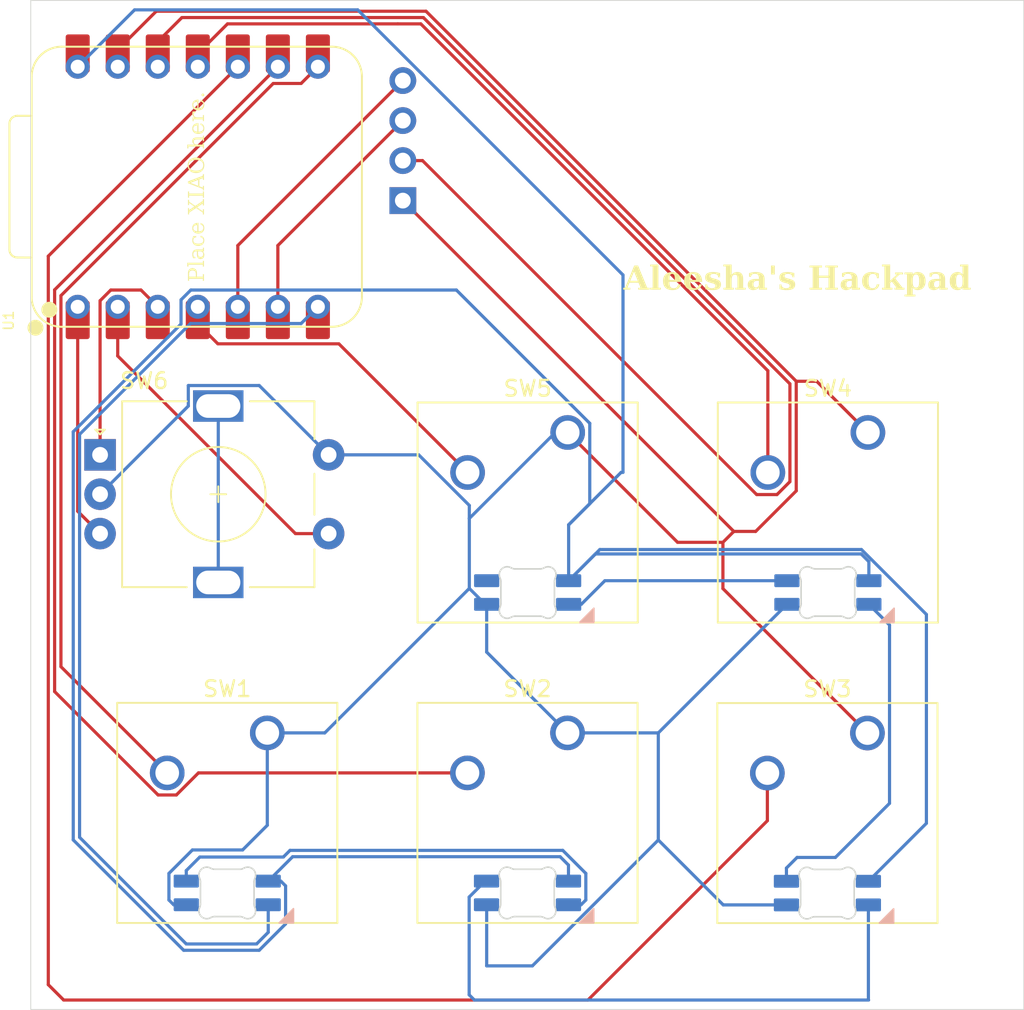
<source format=kicad_pcb>
(kicad_pcb (version 20241229) (generator "pcbnew") (generator_version "9.0")
  (title_block (title "Aleesha's Hackpad") (date "2025-07-11"))
  (layers (0 "F.Cu" signal) (2 "B.Cu" signal) (13 "F.Paste" user) (15 "B.Paste" user) (5 "F.SilkS" user "F.Silkscreen") (7 "B.SilkS" user "B.Silkscreen") (1 "F.Mask" user) (3 "B.Mask" user) (25 "Edge.Cuts" user))
  (net 0 "")
  (net 1 "Net-(D1-DIN)")
  (net 2 "Net-(D1-DOUT)")
  (net 3 "GND")
  (net 4 "+5V")
  (net 5 "Net-(U1-GPIO1{slash}RX)")
  (net 6 "Net-(U1-GPIO2{slash}SCK)")
  (net 7 "Net-(U1-GPIO4{slash}MISO)")
  (net 8 "Net-(U1-GPIO3{slash}MOSI)")
  (net 9 "Net-(J1-SCL)")
  (net 10 "+3.3V")
  (net 11 "Net-(J1-SDA)")
  (net 12 "Net-(D2-DOUT)")
  (net 13 "Net-(D3-DOUT)")
  (net 14 "Net-(U1-GPIO29{slash}ADC3{slash}A3)")
  (net 15 "Net-(U1-GPIO28{slash}ADC2{slash}A2)")
  (net 16 "unconnected-(SW6-PadMP)")
  (net 17 "Net-(U1-GPIO27{slash}ADC1{slash}A1)")
  (net 18 "Net-(U1-GPIO26{slash}ADC0{slash}A0)")
  (net 19 "Net-(D4-DOUT)")
  (footprint "Button_Switch_Keyboard:SW_Cherry_MX_1.00u_PCB" (layer "F.Cu") (at 72.06 58.42)
    (property "Reference" "SW5" (at -2.54 -2.794 0) (layer "F.SilkS"))
    (property "Value" "SW_Push")
    (fp_line (start -9.525 -1.905) (end 4.445 -1.905) (stroke (width 0.12)) (layer "F.SilkS"))
    (fp_line (start -9.525 12.065) (end -9.525 -1.905) (stroke (width 0.12)) (layer "F.SilkS"))
    (fp_line (start 4.445 -1.905) (end 4.445 12.065) (stroke (width 0.12)) (layer "F.SilkS"))
    (fp_line (start 4.445 12.065) (end -9.525 12.065) (stroke (width 0.12)) (layer "F.SilkS"))
    (pad "" np_thru_hole circle (at -7.62 5.08) (size 1.7 1.7) (drill 1.7) (layers "*.Cu" "*.Mask"))
    (pad "" np_thru_hole circle (at -2.54 5.08) (size 4 4) (drill 4) (layers "*.Cu" "*.Mask"))
    (pad "" np_thru_hole circle (at 2.54 5.08) (size 1.7 1.7) (drill 1.7) (layers "*.Cu" "*.Mask"))
    (pad "1" thru_hole circle (at 0 0) (size 2.2 2.2) (drill 1.5) (layers "*.Cu" "*.Mask") (net 3 "GND"))
    (pad "2" thru_hole circle (at -6.35 2.54) (size 2.2 2.2) (drill 1.5) (layers "*.Cu" "*.Mask") (net 14 "Net-(U1-GPIO29{slash}ADC3{slash}A3)"))
  )
  (footprint "Ebastler:MX_SK6812MINI-E" (layer "F.Cu") (at 69.52 63.5)
    (property "Reference" "D5" (hide yes))
    (property "Value" "SK6812MINI")
    (fp_poly (pts (xy 4.2 6.079999) (xy 3.3 6.979999) (xy 4.2 6.979999)) (stroke (width 0.1)) (fill yes) (layer "B.SilkS"))
    (fp_line (start -1.699999 5.782841) (end -1.699999 4.377157) (stroke (width 0.1)) (layer "Edge.Cuts"))
    (fp_line (start -0.794452 3.58) (end 0.794453 3.58) (stroke (width 0.1)) (layer "Edge.Cuts"))
    (fp_line (start 0.794452 6.579999) (end -0.794452 6.579999) (stroke (width 0.1)) (layer "Edge.Cuts"))
    (fp_line (start 1.699999 4.377157) (end 1.699999 5.782841) (stroke (width 0.1)) (layer "Edge.Cuts"))
    (fp_arc (start -1.749484 4.160279) (mid -1.712527 4.265931) (end -1.699999 4.377157) (stroke (width 0.1)) (layer "Edge.Cuts"))
    (fp_arc (start -1.749484 4.160279) (mid -1.638071 3.575964) (end -1.046711 3.5117) (stroke (width 0.1)) (layer "Edge.Cuts"))
    (fp_arc (start -1.699999 5.782842) (mid -1.712527 5.894067) (end -1.749484 5.999719) (stroke (width 0.1)) (layer "Edge.Cuts"))
    (fp_arc (start -1.046711 6.648296) (mid -1.63807 6.584033) (end -1.749484 5.999719) (stroke (width 0.1)) (layer "Edge.Cuts"))
    (fp_arc (start -1.04671 6.648298) (mid -0.925122 6.597376) (end -0.794452 6.579999) (stroke (width 0.1)) (layer "Edge.Cuts"))
    (fp_arc (start -0.794453 3.579999) (mid -0.925123 3.562622) (end -1.046711 3.5117) (stroke (width 0.1)) (layer "Edge.Cuts"))
    (fp_arc (start 0.794452 6.579999) (mid 0.925123 6.597376) (end 1.046711 6.648298) (stroke (width 0.1)) (layer "Edge.Cuts"))
    (fp_arc (start 1.046711 3.511701) (mid 0.925123 3.562623) (end 0.794453 3.58) (stroke (width 0.1)) (layer "Edge.Cuts"))
    (fp_arc (start 1.046711 3.511701) (mid 1.638071 3.575965) (end 1.749484 4.160279) (stroke (width 0.1)) (layer "Edge.Cuts"))
    (fp_arc (start 1.699999 4.377156) (mid 1.712527 4.265931) (end 1.749484 4.160279) (stroke (width 0.1)) (layer "Edge.Cuts"))
    (fp_arc (start 1.749484 5.999718) (mid 1.638072 6.584034) (end 1.046711 6.648298) (stroke (width 0.1)) (layer "Edge.Cuts"))
    (fp_arc (start 1.749484 5.999719) (mid 1.712527 5.894067) (end 1.699999 5.782841) (stroke (width 0.1)) (layer "Edge.Cuts"))
    (pad "1" smd roundrect (at -2.6 4.329999 270) (size 0.82 1.6) (layers "B.Cu" "B.Mask" "B.Paste") (roundrect_rratio 0.1))
    (pad "2" smd roundrect (at -2.6 5.829999 270) (size 0.82 1.6) (layers "B.Cu" "B.Mask" "B.Paste") (roundrect_rratio 0.1) (net 3 "GND"))
    (pad "3" smd roundrect (at 2.6 5.829999 270) (size 0.82 1.6) (layers "B.Cu" "B.Mask" "B.Paste") (roundrect_rratio 0.1) (net 19 "Net-(D4-DOUT)"))
    (pad "4" smd roundrect (at 2.6 4.329999 270) (size 0.82 1.6) (layers "B.Cu" "B.Mask" "B.Paste") (roundrect_rratio 0.1) (net 4 "+5V"))
  )
  (footprint "Ebastler:MX_SK6812MINI-E" (layer "F.Cu") (at 69.51 82.57)
    (property "Reference" "D2" (hide yes))
    (property "Value" "SK6812MINI")
    (fp_poly (pts (xy 4.2 6.079999) (xy 3.3 6.979999) (xy 4.2 6.979999)) (stroke (width 0.1)) (fill yes) (layer "B.SilkS"))
    (fp_line (start -1.699999 5.782841) (end -1.699999 4.377157) (stroke (width 0.1)) (layer "Edge.Cuts"))
    (fp_line (start -0.794452 3.58) (end 0.794453 3.58) (stroke (width 0.1)) (layer "Edge.Cuts"))
    (fp_line (start 0.794452 6.579999) (end -0.794452 6.579999) (stroke (width 0.1)) (layer "Edge.Cuts"))
    (fp_line (start 1.699999 4.377157) (end 1.699999 5.782841) (stroke (width 0.1)) (layer "Edge.Cuts"))
    (fp_arc (start -1.749484 4.160279) (mid -1.712527 4.265931) (end -1.699999 4.377157) (stroke (width 0.1)) (layer "Edge.Cuts"))
    (fp_arc (start -1.749484 4.160279) (mid -1.638071 3.575964) (end -1.046711 3.5117) (stroke (width 0.1)) (layer "Edge.Cuts"))
    (fp_arc (start -1.699999 5.782842) (mid -1.712527 5.894067) (end -1.749484 5.999719) (stroke (width 0.1)) (layer "Edge.Cuts"))
    (fp_arc (start -1.046711 6.648296) (mid -1.63807 6.584033) (end -1.749484 5.999719) (stroke (width 0.1)) (layer "Edge.Cuts"))
    (fp_arc (start -1.04671 6.648298) (mid -0.925122 6.597376) (end -0.794452 6.579999) (stroke (width 0.1)) (layer "Edge.Cuts"))
    (fp_arc (start -0.794453 3.579999) (mid -0.925123 3.562622) (end -1.046711 3.5117) (stroke (width 0.1)) (layer "Edge.Cuts"))
    (fp_arc (start 0.794452 6.579999) (mid 0.925123 6.597376) (end 1.046711 6.648298) (stroke (width 0.1)) (layer "Edge.Cuts"))
    (fp_arc (start 1.046711 3.511701) (mid 0.925123 3.562623) (end 0.794453 3.58) (stroke (width 0.1)) (layer "Edge.Cuts"))
    (fp_arc (start 1.046711 3.511701) (mid 1.638071 3.575965) (end 1.749484 4.160279) (stroke (width 0.1)) (layer "Edge.Cuts"))
    (fp_arc (start 1.699999 4.377156) (mid 1.712527 4.265931) (end 1.749484 4.160279) (stroke (width 0.1)) (layer "Edge.Cuts"))
    (fp_arc (start 1.749484 5.999718) (mid 1.638072 6.584034) (end 1.046711 6.648298) (stroke (width 0.1)) (layer "Edge.Cuts"))
    (fp_arc (start 1.749484 5.999719) (mid 1.712527 5.894067) (end 1.699999 5.782841) (stroke (width 0.1)) (layer "Edge.Cuts"))
    (pad "1" smd roundrect (at -2.6 4.329999 270) (size 0.82 1.6) (layers "B.Cu" "B.Mask" "B.Paste") (roundrect_rratio 0.1) (net 12 "Net-(D2-DOUT)"))
    (pad "2" smd roundrect (at -2.6 5.829999 270) (size 0.82 1.6) (layers "B.Cu" "B.Mask" "B.Paste") (roundrect_rratio 0.1) (net 3 "GND"))
    (pad "3" smd roundrect (at 2.6 5.829999 270) (size 0.82 1.6) (layers "B.Cu" "B.Mask" "B.Paste") (roundrect_rratio 0.1) (net 2 "Net-(D1-DOUT)"))
    (pad "4" smd roundrect (at 2.6 4.329999 270) (size 0.82 1.6) (layers "B.Cu" "B.Mask" "B.Paste") (roundrect_rratio 0.1) (net 4 "+5V"))
  )
  (footprint "ScottoKeebs_Components:OLED_128x32" (layer "F.Cu") (at 60 33.9)
    (property "Reference" "J1" (hide yes))
    (property "Value" "OLED_128x32")
    (pad "1" thru_hole rect (at 1.6 9.8 180) (size 1.7 1.7) (drill 1) (layers "*.Cu" "*.Mask") (net 3 "GND"))
    (pad "2" thru_hole oval (at 1.6 7.26 180) (size 1.7 1.7) (drill 1) (layers "*.Cu" "*.Mask") (net 10 "+3.3V"))
    (pad "3" thru_hole oval (at 1.6 4.72 180) (size 1.7 1.7) (drill 1) (layers "*.Cu" "*.Mask") (net 9 "Net-(J1-SCL)"))
    (pad "4" thru_hole oval (at 1.6 2.18 180) (size 1.7 1.7) (drill 1) (layers "*.Cu" "*.Mask") (net 11 "Net-(J1-SDA)"))
  )
  (footprint "OPL:XIAO-RP2040-DIP" (layer "F.Cu") (at 48.59 42.82 90)
    (property "Reference" "U1" (at -8.5 -12 90) (layer "F.SilkS") (effects (font (size 0.635 0.635) (thickness 0.1016))))
    (property "Value" "XIAO-RP2040-DIP")
    (fp_line (start -3.991272 -11.951) (end 4.004 -11.951) (stroke (width 0.127)) (layer "F.SilkS"))
    (fp_line (start 4.504 -11.451) (end 4.504 -10.541) (stroke (width 0.127)) (layer "F.SilkS"))
    (fp_line (start 6.985 -10.541) (end -6.985 -10.541) (stroke (width 0.1)) (layer "F.SilkS"))
    (fp_line (start 6.985 -10.541) (end -6.985 -10.541) (stroke (width 0.127)) (layer "F.SilkS"))
    (fp_line (start -4.495 -10.541) (end -4.491272 -11.451272) (stroke (width 0.127)) (layer "F.SilkS"))
    (fp_line (start 8.89 8.509) (end 8.89 -8.636) (stroke (width 0.127)) (layer "F.SilkS"))
    (fp_line (start -8.89 8.509) (end -8.89 -8.636) (stroke (width 0.127)) (layer "F.SilkS"))
    (fp_line (start -6.985 10.414) (end 6.985 10.414) (stroke (width 0.127)) (layer "F.SilkS"))
    (fp_arc (start 4.004 -11.951) (mid 4.357553 -11.804553) (end 4.504 -11.451) (stroke (width 0.127)) (layer "F.SilkS"))
    (fp_arc (start -4.491272 -11.451272) (mid -4.344728 -11.80464) (end -3.991272 -11.951) (stroke (width 0.127)) (layer "F.SilkS"))
    (fp_arc (start 6.985 -10.541) (mid 8.332038 -9.983038) (end 8.89 -8.636) (stroke (width 0.127)) (layer "F.SilkS"))
    (fp_arc (start -8.89 -8.636) (mid -8.332038 -9.983038) (end -6.985 -10.541) (stroke (width 0.127)) (layer "F.SilkS"))
    (fp_arc (start 8.89 8.509) (mid 8.332038 9.856038) (end 6.985 10.414) (stroke (width 0.127)) (layer "F.SilkS"))
    (fp_arc (start -6.985 10.414) (mid -8.332038 9.856038) (end -8.89 8.509) (stroke (width 0.127)) (layer "F.SilkS"))
    (fp_circle (center -8.95 -10.3) (end -8.95 -10.554) (stroke (width 0.5)) (fill yes) (layer "F.SilkS"))
    (fp_circle (center -7.807 -9.42) (end -7.807 -9.674) (stroke (width 0.5)) (fill yes) (layer "F.SilkS"))
    (pad "1" smd roundrect (at -8.455 -7.62 270) (size 2.432 1.524) (layers "F.Cu" "F.Mask") (roundrect_rratio 0.1) (net 18 "Net-(U1-GPIO26{slash}ADC0{slash}A0)"))
    (pad "1" thru_hole circle (at -7.62 -7.62 270) (size 1.524 1.524) (drill 0.889) (layers "*.Cu" "*.Mask") (net 18 "Net-(U1-GPIO26{slash}ADC0{slash}A0)"))
    (pad "2" smd roundrect (at -8.455 -5.08 270) (size 2.432 1.524) (layers "F.Cu" "F.Mask") (roundrect_rratio 0.1) (net 17 "Net-(U1-GPIO27{slash}ADC1{slash}A1)"))
    (pad "2" thru_hole circle (at -7.62 -5.08 270) (size 1.524 1.524) (drill 0.889) (layers "*.Cu" "*.Mask") (net 17 "Net-(U1-GPIO27{slash}ADC1{slash}A1)"))
    (pad "3" smd roundrect (at -8.455 -2.54 270) (size 2.432 1.524) (layers "F.Cu" "F.Mask") (roundrect_rratio 0.1) (net 15 "Net-(U1-GPIO28{slash}ADC2{slash}A2)"))
    (pad "3" thru_hole circle (at -7.62 -2.54 270) (size 1.524 1.524) (drill 0.889) (layers "*.Cu" "*.Mask") (net 15 "Net-(U1-GPIO28{slash}ADC2{slash}A2)"))
    (pad "4" smd roundrect (at -8.455 0 270) (size 2.432 1.524) (layers "F.Cu" "F.Mask") (roundrect_rratio 0.1) (net 14 "Net-(U1-GPIO29{slash}ADC3{slash}A3)"))
    (pad "4" thru_hole circle (at -7.62 0 270) (size 1.524 1.524) (drill 0.889) (layers "*.Cu" "*.Mask") (net 14 "Net-(U1-GPIO29{slash}ADC3{slash}A3)"))
    (pad "5" smd roundrect (at -8.455 2.54 270) (size 2.432 1.524) (layers "F.Cu" "F.Mask") (roundrect_rratio 0.1) (net 11 "Net-(J1-SDA)"))
    (pad "5" thru_hole circle (at -7.62 2.54 270) (size 1.524 1.524) (drill 0.889) (layers "*.Cu" "*.Mask") (net 11 "Net-(J1-SDA)"))
    (pad "6" smd roundrect (at -8.455 5.08 270) (size 2.432 1.524) (layers "F.Cu" "F.Mask") (roundrect_rratio 0.1) (net 9 "Net-(J1-SCL)"))
    (pad "6" thru_hole circle (at -7.62 5.08 270) (size 1.524 1.524) (drill 0.889) (layers "*.Cu" "*.Mask") (net 9 "Net-(J1-SCL)"))
    (pad "7" smd roundrect (at -8.455 7.62 270) (size 2.432 1.524) (layers "F.Cu" "F.Mask") (roundrect_rratio 0.1) (net 1 "Net-(D1-DIN)"))
    (pad "7" thru_hole circle (at -7.62 7.62 270) (size 1.524 1.524) (drill 0.889) (layers "*.Cu" "*.Mask") (net 1 "Net-(D1-DIN)"))
    (pad "8" thru_hole circle (at 7.62 7.62 90) (size 1.524 1.524) (drill 0.889) (layers "*.Cu" "*.Mask") (net 5 "Net-(U1-GPIO1{slash}RX)"))
    (pad "8" smd roundrect (at 8.455 7.62 90) (size 2.432 1.524) (layers "F.Cu" "F.Mask") (roundrect_rratio 0.1) (net 5 "Net-(U1-GPIO1{slash}RX)"))
    (pad "9" thru_hole circle (at 7.62 5.08 90) (size 1.524 1.524) (drill 0.889) (layers "*.Cu" "*.Mask") (net 6 "Net-(U1-GPIO2{slash}SCK)"))
    (pad "9" smd roundrect (at 8.455 5.08 90) (size 2.432 1.524) (layers "F.Cu" "F.Mask") (roundrect_rratio 0.1) (net 6 "Net-(U1-GPIO2{slash}SCK)"))
    (pad "10" thru_hole circle (at 7.62 2.54 90) (size 1.524 1.524) (drill 0.889) (layers "*.Cu" "*.Mask") (net 7 "Net-(U1-GPIO4{slash}MISO)"))
    (pad "10" smd roundrect (at 8.455 2.54 90) (size 2.432 1.524) (layers "F.Cu" "F.Mask") (roundrect_rratio 0.1) (net 7 "Net-(U1-GPIO4{slash}MISO)"))
    (pad "11" thru_hole circle (at 7.62 0 90) (size 1.524 1.524) (drill 0.889) (layers "*.Cu" "*.Mask") (net 8 "Net-(U1-GPIO3{slash}MOSI)"))
    (pad "11" smd roundrect (at 8.455 0 90) (size 2.432 1.524) (layers "F.Cu" "F.Mask") (roundrect_rratio 0.1) (net 8 "Net-(U1-GPIO3{slash}MOSI)"))
    (pad "12" thru_hole circle (at 7.62 -2.54 90) (size 1.524 1.524) (drill 0.889) (layers "*.Cu" "*.Mask") (net 10 "+3.3V"))
    (pad "12" smd roundrect (at 8.455 -2.54 90) (size 2.432 1.524) (layers "F.Cu" "F.Mask") (roundrect_rratio 0.1) (net 10 "+3.3V"))
    (pad "13" thru_hole circle (at 7.62 -5.08 90) (size 1.524 1.524) (drill 0.889) (layers "*.Cu" "*.Mask") (net 3 "GND"))
    (pad "13" smd roundrect (at 8.455 -5.08 90) (size 2.432 1.524) (layers "F.Cu" "F.Mask") (roundrect_rratio 0.1) (net 3 "GND"))
    (pad "14" thru_hole circle (at 7.62 -7.62 90) (size 1.524 1.524) (drill 0.889) (layers "*.Cu" "*.Mask") (net 4 "+5V"))
    (pad "14" smd roundrect (at 8.455 -7.62 90) (size 2.432 1.524) (layers "F.Cu" "F.Mask") (roundrect_rratio 0.1) (net 4 "+5V"))
  )
  (footprint "Button_Switch_Keyboard:SW_Cherry_MX_1.00u_PCB" (layer "F.Cu") (at 91.11 58.42)
    (property "Reference" "SW4" (at -2.54 -2.794 0) (layer "F.SilkS"))
    (property "Value" "SW_Push")
    (fp_line (start -9.525 -1.905) (end 4.445 -1.905) (stroke (width 0.12)) (layer "F.SilkS"))
    (fp_line (start -9.525 12.065) (end -9.525 -1.905) (stroke (width 0.12)) (layer "F.SilkS"))
    (fp_line (start 4.445 -1.905) (end 4.445 12.065) (stroke (width 0.12)) (layer "F.SilkS"))
    (fp_line (start 4.445 12.065) (end -9.525 12.065) (stroke (width 0.12)) (layer "F.SilkS"))
    (pad "" np_thru_hole circle (at -7.62 5.08) (size 1.7 1.7) (drill 1.7) (layers "*.Cu" "*.Mask"))
    (pad "" np_thru_hole circle (at -2.54 5.08) (size 4 4) (drill 4) (layers "*.Cu" "*.Mask"))
    (pad "" np_thru_hole circle (at 2.54 5.08) (size 1.7 1.7) (drill 1.7) (layers "*.Cu" "*.Mask"))
    (pad "1" thru_hole circle (at 0 0) (size 2.2 2.2) (drill 1.5) (layers "*.Cu" "*.Mask") (net 3 "GND"))
    (pad "2" thru_hole circle (at -6.35 2.54) (size 2.2 2.2) (drill 1.5) (layers "*.Cu" "*.Mask") (net 8 "Net-(U1-GPIO3{slash}MOSI)"))
  )
  (footprint "Button_Switch_Keyboard:SW_Cherry_MX_1.00u_PCB" (layer "F.Cu") (at 72.05 77.49)
    (property "Reference" "SW2" (at -2.54 -2.794 0) (layer "F.SilkS"))
    (property "Value" "SW_Push")
    (fp_line (start -9.525 -1.905) (end 4.445 -1.905) (stroke (width 0.12)) (layer "F.SilkS"))
    (fp_line (start -9.525 12.065) (end -9.525 -1.905) (stroke (width 0.12)) (layer "F.SilkS"))
    (fp_line (start 4.445 -1.905) (end 4.445 12.065) (stroke (width 0.12)) (layer "F.SilkS"))
    (fp_line (start 4.445 12.065) (end -9.525 12.065) (stroke (width 0.12)) (layer "F.SilkS"))
    (pad "" np_thru_hole circle (at -7.62 5.08) (size 1.7 1.7) (drill 1.7) (layers "*.Cu" "*.Mask"))
    (pad "" np_thru_hole circle (at -2.54 5.08) (size 4 4) (drill 4) (layers "*.Cu" "*.Mask"))
    (pad "" np_thru_hole circle (at 2.54 5.08) (size 1.7 1.7) (drill 1.7) (layers "*.Cu" "*.Mask"))
    (pad "1" thru_hole circle (at 0 0) (size 2.2 2.2) (drill 1.5) (layers "*.Cu" "*.Mask") (net 3 "GND"))
    (pad "2" thru_hole circle (at -6.35 2.54) (size 2.2 2.2) (drill 1.5) (layers "*.Cu" "*.Mask") (net 6 "Net-(U1-GPIO2{slash}SCK)"))
  )
  (footprint "Ebastler:MX_SK6812MINI-E" (layer "F.Cu") (at 88.57 63.5)
    (property "Reference" "D4" (hide yes))
    (property "Value" "SK6812MINI")
    (fp_poly (pts (xy 4.2 6.079999) (xy 3.3 6.979999) (xy 4.2 6.979999)) (stroke (width 0.1)) (fill yes) (layer "B.SilkS"))
    (fp_line (start -1.699999 5.782841) (end -1.699999 4.377157) (stroke (width 0.1)) (layer "Edge.Cuts"))
    (fp_line (start -0.794452 3.58) (end 0.794453 3.58) (stroke (width 0.1)) (layer "Edge.Cuts"))
    (fp_line (start 0.794452 6.579999) (end -0.794452 6.579999) (stroke (width 0.1)) (layer "Edge.Cuts"))
    (fp_line (start 1.699999 4.377157) (end 1.699999 5.782841) (stroke (width 0.1)) (layer "Edge.Cuts"))
    (fp_arc (start -1.749484 4.160279) (mid -1.712527 4.265931) (end -1.699999 4.377157) (stroke (width 0.1)) (layer "Edge.Cuts"))
    (fp_arc (start -1.749484 4.160279) (mid -1.638071 3.575964) (end -1.046711 3.5117) (stroke (width 0.1)) (layer "Edge.Cuts"))
    (fp_arc (start -1.699999 5.782842) (mid -1.712527 5.894067) (end -1.749484 5.999719) (stroke (width 0.1)) (layer "Edge.Cuts"))
    (fp_arc (start -1.046711 6.648296) (mid -1.63807 6.584033) (end -1.749484 5.999719) (stroke (width 0.1)) (layer "Edge.Cuts"))
    (fp_arc (start -1.04671 6.648298) (mid -0.925122 6.597376) (end -0.794452 6.579999) (stroke (width 0.1)) (layer "Edge.Cuts"))
    (fp_arc (start -0.794453 3.579999) (mid -0.925123 3.562622) (end -1.046711 3.5117) (stroke (width 0.1)) (layer "Edge.Cuts"))
    (fp_arc (start 0.794452 6.579999) (mid 0.925123 6.597376) (end 1.046711 6.648298) (stroke (width 0.1)) (layer "Edge.Cuts"))
    (fp_arc (start 1.046711 3.511701) (mid 0.925123 3.562623) (end 0.794453 3.58) (stroke (width 0.1)) (layer "Edge.Cuts"))
    (fp_arc (start 1.046711 3.511701) (mid 1.638071 3.575965) (end 1.749484 4.160279) (stroke (width 0.1)) (layer "Edge.Cuts"))
    (fp_arc (start 1.699999 4.377156) (mid 1.712527 4.265931) (end 1.749484 4.160279) (stroke (width 0.1)) (layer "Edge.Cuts"))
    (fp_arc (start 1.749484 5.999718) (mid 1.638072 6.584034) (end 1.046711 6.648298) (stroke (width 0.1)) (layer "Edge.Cuts"))
    (fp_arc (start 1.749484 5.999719) (mid 1.712527 5.894067) (end 1.699999 5.782841) (stroke (width 0.1)) (layer "Edge.Cuts"))
    (pad "1" smd roundrect (at -2.6 4.329999 270) (size 0.82 1.6) (layers "B.Cu" "B.Mask" "B.Paste") (roundrect_rratio 0.1) (net 19 "Net-(D4-DOUT)"))
    (pad "2" smd roundrect (at -2.6 5.829999 270) (size 0.82 1.6) (layers "B.Cu" "B.Mask" "B.Paste") (roundrect_rratio 0.1) (net 3 "GND"))
    (pad "3" smd roundrect (at 2.6 5.829999 270) (size 0.82 1.6) (layers "B.Cu" "B.Mask" "B.Paste") (roundrect_rratio 0.1) (net 13 "Net-(D3-DOUT)"))
    (pad "4" smd roundrect (at 2.6 4.329999 270) (size 0.82 1.6) (layers "B.Cu" "B.Mask" "B.Paste") (roundrect_rratio 0.1) (net 4 "+5V"))
  )
  (footprint "Button_Switch_Keyboard:SW_Cherry_MX_1.00u_PCB" (layer "F.Cu") (at 91.08 77.5)
    (property "Reference" "SW3" (at -2.54 -2.794 0) (layer "F.SilkS"))
    (property "Value" "SW_Push")
    (fp_line (start -9.525 -1.905) (end 4.445 -1.905) (stroke (width 0.12)) (layer "F.SilkS"))
    (fp_line (start -9.525 12.065) (end -9.525 -1.905) (stroke (width 0.12)) (layer "F.SilkS"))
    (fp_line (start 4.445 -1.905) (end 4.445 12.065) (stroke (width 0.12)) (layer "F.SilkS"))
    (fp_line (start 4.445 12.065) (end -9.525 12.065) (stroke (width 0.12)) (layer "F.SilkS"))
    (pad "" np_thru_hole circle (at -7.62 5.08) (size 1.7 1.7) (drill 1.7) (layers "*.Cu" "*.Mask"))
    (pad "" np_thru_hole circle (at -2.54 5.08) (size 4 4) (drill 4) (layers "*.Cu" "*.Mask"))
    (pad "" np_thru_hole circle (at 2.54 5.08) (size 1.7 1.7) (drill 1.7) (layers "*.Cu" "*.Mask"))
    (pad "1" thru_hole circle (at 0 0) (size 2.2 2.2) (drill 1.5) (layers "*.Cu" "*.Mask") (net 3 "GND"))
    (pad "2" thru_hole circle (at -6.35 2.54) (size 2.2 2.2) (drill 1.5) (layers "*.Cu" "*.Mask") (net 7 "Net-(U1-GPIO4{slash}MISO)"))
  )
  (footprint "Button_Switch_Keyboard:SW_Cherry_MX_1.00u_PCB" (layer "F.Cu") (at 53 77.49)
    (property "Reference" "SW1" (at -2.54 -2.794 0) (layer "F.SilkS"))
    (property "Value" "SW_Push")
    (fp_line (start -9.525 -1.905) (end 4.445 -1.905) (stroke (width 0.12)) (layer "F.SilkS"))
    (fp_line (start -9.525 12.065) (end -9.525 -1.905) (stroke (width 0.12)) (layer "F.SilkS"))
    (fp_line (start 4.445 -1.905) (end 4.445 12.065) (stroke (width 0.12)) (layer "F.SilkS"))
    (fp_line (start 4.445 12.065) (end -9.525 12.065) (stroke (width 0.12)) (layer "F.SilkS"))
    (pad "" np_thru_hole circle (at -7.62 5.08) (size 1.7 1.7) (drill 1.7) (layers "*.Cu" "*.Mask"))
    (pad "" np_thru_hole circle (at -2.54 5.08) (size 4 4) (drill 4) (layers "*.Cu" "*.Mask"))
    (pad "" np_thru_hole circle (at 2.54 5.08) (size 1.7 1.7) (drill 1.7) (layers "*.Cu" "*.Mask"))
    (pad "1" thru_hole circle (at 0 0) (size 2.2 2.2) (drill 1.5) (layers "*.Cu" "*.Mask") (net 3 "GND"))
    (pad "2" thru_hole circle (at -6.35 2.54) (size 2.2 2.2) (drill 1.5) (layers "*.Cu" "*.Mask") (net 5 "Net-(U1-GPIO1{slash}RX)"))
  )
  (footprint "Ebastler:MX_SK6812MINI-E" (layer "F.Cu") (at 88.54 82.58)
    (property "Reference" "D3" (hide yes))
    (property "Value" "SK6812MINI")
    (fp_poly (pts (xy 4.2 6.079999) (xy 3.3 6.979999) (xy 4.2 6.979999)) (stroke (width 0.1)) (fill yes) (layer "B.SilkS"))
    (fp_line (start -1.699999 5.782841) (end -1.699999 4.377157) (stroke (width 0.1)) (layer "Edge.Cuts"))
    (fp_line (start -0.794452 3.58) (end 0.794453 3.58) (stroke (width 0.1)) (layer "Edge.Cuts"))
    (fp_line (start 0.794452 6.579999) (end -0.794452 6.579999) (stroke (width 0.1)) (layer "Edge.Cuts"))
    (fp_line (start 1.699999 4.377157) (end 1.699999 5.782841) (stroke (width 0.1)) (layer "Edge.Cuts"))
    (fp_arc (start -1.749484 4.160279) (mid -1.712527 4.265931) (end -1.699999 4.377157) (stroke (width 0.1)) (layer "Edge.Cuts"))
    (fp_arc (start -1.749484 4.160279) (mid -1.638071 3.575964) (end -1.046711 3.5117) (stroke (width 0.1)) (layer "Edge.Cuts"))
    (fp_arc (start -1.699999 5.782842) (mid -1.712527 5.894067) (end -1.749484 5.999719) (stroke (width 0.1)) (layer "Edge.Cuts"))
    (fp_arc (start -1.046711 6.648296) (mid -1.63807 6.584033) (end -1.749484 5.999719) (stroke (width 0.1)) (layer "Edge.Cuts"))
    (fp_arc (start -1.04671 6.648298) (mid -0.925122 6.597376) (end -0.794452 6.579999) (stroke (width 0.1)) (layer "Edge.Cuts"))
    (fp_arc (start -0.794453 3.579999) (mid -0.925123 3.562622) (end -1.046711 3.5117) (stroke (width 0.1)) (layer "Edge.Cuts"))
    (fp_arc (start 0.794452 6.579999) (mid 0.925123 6.597376) (end 1.046711 6.648298) (stroke (width 0.1)) (layer "Edge.Cuts"))
    (fp_arc (start 1.046711 3.511701) (mid 0.925123 3.562623) (end 0.794453 3.58) (stroke (width 0.1)) (layer "Edge.Cuts"))
    (fp_arc (start 1.046711 3.511701) (mid 1.638071 3.575965) (end 1.749484 4.160279) (stroke (width 0.1)) (layer "Edge.Cuts"))
    (fp_arc (start 1.699999 4.377156) (mid 1.712527 4.265931) (end 1.749484 4.160279) (stroke (width 0.1)) (layer "Edge.Cuts"))
    (fp_arc (start 1.749484 5.999718) (mid 1.638072 6.584034) (end 1.046711 6.648298) (stroke (width 0.1)) (layer "Edge.Cuts"))
    (fp_arc (start 1.749484 5.999719) (mid 1.712527 5.894067) (end 1.699999 5.782841) (stroke (width 0.1)) (layer "Edge.Cuts"))
    (pad "1" smd roundrect (at -2.6 4.329999 270) (size 0.82 1.6) (layers "B.Cu" "B.Mask" "B.Paste") (roundrect_rratio 0.1) (net 13 "Net-(D3-DOUT)"))
    (pad "2" smd roundrect (at -2.6 5.829999 270) (size 0.82 1.6) (layers "B.Cu" "B.Mask" "B.Paste") (roundrect_rratio 0.1) (net 3 "GND"))
    (pad "3" smd roundrect (at 2.6 5.829999 270) (size 0.82 1.6) (layers "B.Cu" "B.Mask" "B.Paste") (roundrect_rratio 0.1) (net 12 "Net-(D2-DOUT)"))
    (pad "4" smd roundrect (at 2.6 4.329999 270) (size 0.82 1.6) (layers "B.Cu" "B.Mask" "B.Paste") (roundrect_rratio 0.1) (net 4 "+5V"))
  )
  (footprint "Rotary_Encoder:RotaryEncoder_Alps_EC11E-Switch_Vertical_H20mm" (layer "F.Cu") (at 42.39 59.84)
    (property "Reference" "SW6" (at 2.8 -4.7 0) (layer "F.SilkS"))
    (property "Value" "RotaryEncoder_Switch_MP")
    (fp_line (start -0.3 -1.6) (end 0.3 -1.6) (stroke (width 0.12)) (layer "F.SilkS"))
    (fp_line (start 0 -1.3) (end -0.3 -1.6) (stroke (width 0.12)) (layer "F.SilkS"))
    (fp_line (start 0.3 -1.6) (end 0 -1.3) (stroke (width 0.12)) (layer "F.SilkS"))
    (fp_line (start 1.4 -3.4) (end 1.4 8.4) (stroke (width 0.12)) (layer "F.SilkS"))
    (fp_line (start 5.5 -3.4) (end 1.4 -3.4) (stroke (width 0.12)) (layer "F.SilkS"))
    (fp_line (start 5.5 8.4) (end 1.4 8.4) (stroke (width 0.12)) (layer "F.SilkS"))
    (fp_line (start 7 2.5) (end 8 2.5) (stroke (width 0.12)) (layer "F.SilkS"))
    (fp_line (start 7.5 2) (end 7.5 3) (stroke (width 0.12)) (layer "F.SilkS"))
    (fp_line (start 9.5 -3.4) (end 13.6 -3.4) (stroke (width 0.12)) (layer "F.SilkS"))
    (fp_line (start 13.6 -3.4) (end 13.6 -1) (stroke (width 0.12)) (layer "F.SilkS"))
    (fp_line (start 13.6 1.2) (end 13.6 3.8) (stroke (width 0.12)) (layer "F.SilkS"))
    (fp_line (start 13.6 6) (end 13.6 8.4) (stroke (width 0.12)) (layer "F.SilkS"))
    (fp_line (start 13.6 8.4) (end 9.5 8.4) (stroke (width 0.12)) (layer "F.SilkS"))
    (fp_circle (center 7.5 2.5) (end 10.5 2.5) (stroke (width 0.12)) (fill no) (layer "F.SilkS"))
    (pad "A" thru_hole rect (at 0 0) (size 2 2) (drill 1) (layers "*.Cu" "*.Mask") (net 15 "Net-(U1-GPIO28{slash}ADC2{slash}A2)"))
    (pad "B" thru_hole circle (at 0 5) (size 2 2) (drill 1) (layers "*.Cu" "*.Mask") (net 18 "Net-(U1-GPIO26{slash}ADC0{slash}A0)"))
    (pad "C" thru_hole circle (at 0 2.5) (size 2 2) (drill 1) (layers "*.Cu" "*.Mask") (net 3 "GND"))
    (pad "MP" thru_hole rect (at 7.5 -3.1) (size 3.2 2) (drill oval 2.8 1.5) (layers "*.Cu" "*.Mask") (net 16 "unconnected-(SW6-PadMP)"))
    (pad "MP" thru_hole rect (at 7.5 8.1) (size 3.2 2) (drill oval 2.8 1.5) (layers "*.Cu" "*.Mask") (net 16 "unconnected-(SW6-PadMP)"))
    (pad "S1" thru_hole circle (at 14.5 5) (size 2 2) (drill 1) (layers "*.Cu" "*.Mask") (net 17 "Net-(U1-GPIO27{slash}ADC1{slash}A1)"))
    (pad "S2" thru_hole circle (at 14.5 0) (size 2 2) (drill 1) (layers "*.Cu" "*.Mask") (net 3 "GND"))
  )
  (footprint "Ebastler:MX_SK6812MINI-E" (layer "F.Cu") (at 50.46 82.57)
    (property "Reference" "D1" (hide yes))
    (property "Value" "SK6812MINI")
    (fp_poly (pts (xy 4.2 6.079999) (xy 3.3 6.979999) (xy 4.2 6.979999)) (stroke (width 0.1)) (fill yes) (layer "B.SilkS"))
    (fp_line (start -1.699999 5.782841) (end -1.699999 4.377157) (stroke (width 0.1)) (layer "Edge.Cuts"))
    (fp_line (start -0.794452 3.58) (end 0.794453 3.58) (stroke (width 0.1)) (layer "Edge.Cuts"))
    (fp_line (start 0.794452 6.579999) (end -0.794452 6.579999) (stroke (width 0.1)) (layer "Edge.Cuts"))
    (fp_line (start 1.699999 4.377157) (end 1.699999 5.782841) (stroke (width 0.1)) (layer "Edge.Cuts"))
    (fp_arc (start -1.749484 4.160279) (mid -1.712527 4.265931) (end -1.699999 4.377157) (stroke (width 0.1)) (layer "Edge.Cuts"))
    (fp_arc (start -1.749484 4.160279) (mid -1.638071 3.575964) (end -1.046711 3.5117) (stroke (width 0.1)) (layer "Edge.Cuts"))
    (fp_arc (start -1.699999 5.782842) (mid -1.712527 5.894067) (end -1.749484 5.999719) (stroke (width 0.1)) (layer "Edge.Cuts"))
    (fp_arc (start -1.046711 6.648296) (mid -1.63807 6.584033) (end -1.749484 5.999719) (stroke (width 0.1)) (layer "Edge.Cuts"))
    (fp_arc (start -1.04671 6.648298) (mid -0.925122 6.597376) (end -0.794452 6.579999) (stroke (width 0.1)) (layer "Edge.Cuts"))
    (fp_arc (start -0.794453 3.579999) (mid -0.925123 3.562622) (end -1.046711 3.5117) (stroke (width 0.1)) (layer "Edge.Cuts"))
    (fp_arc (start 0.794452 6.579999) (mid 0.925123 6.597376) (end 1.046711 6.648298) (stroke (width 0.1)) (layer "Edge.Cuts"))
    (fp_arc (start 1.046711 3.511701) (mid 0.925123 3.562623) (end 0.794453 3.58) (stroke (width 0.1)) (layer "Edge.Cuts"))
    (fp_arc (start 1.046711 3.511701) (mid 1.638071 3.575965) (end 1.749484 4.160279) (stroke (width 0.1)) (layer "Edge.Cuts"))
    (fp_arc (start 1.699999 4.377156) (mid 1.712527 4.265931) (end 1.749484 4.160279) (stroke (width 0.1)) (layer "Edge.Cuts"))
    (fp_arc (start 1.749484 5.999718) (mid 1.638072 6.584034) (end 1.046711 6.648298) (stroke (width 0.1)) (layer "Edge.Cuts"))
    (fp_arc (start 1.749484 5.999719) (mid 1.712527 5.894067) (end 1.699999 5.782841) (stroke (width 0.1)) (layer "Edge.Cuts"))
    (pad "1" smd roundrect (at -2.6 4.329999 270) (size 0.82 1.6) (layers "B.Cu" "B.Mask" "B.Paste") (roundrect_rratio 0.1) (net 2 "Net-(D1-DOUT)"))
    (pad "2" smd roundrect (at -2.6 5.829999 270) (size 0.82 1.6) (layers "B.Cu" "B.Mask" "B.Paste") (roundrect_rratio 0.1) (net 3 "GND"))
    (pad "3" smd roundrect (at 2.6 5.829999 270) (size 0.82 1.6) (layers "B.Cu" "B.Mask" "B.Paste") (roundrect_rratio 0.1) (net 1 "Net-(D1-DIN)"))
    (pad "4" smd roundrect (at 2.6 4.329999 270) (size 0.82 1.6) (layers "B.Cu" "B.Mask" "B.Paste") (roundrect_rratio 0.1) (net 4 "+5V"))
  )
  (gr_rect (start 37.99 30.99) (end 101 95.05) (stroke (width 0.05)) (fill no) (layer "Edge.Cuts"))
  (gr_text "Aleesha's Hackpad" (at 86.64 48.73 0) (layer "F.SilkS") (effects (font (size 1.5 1.5) (thickness 0.3) (bold yes))))
  (gr_text "Place XIAO here." (at 48.57 42.82 90) (layer "F.SilkS") (effects (font (size 1 1))))
  (segment (start 47.86 90.89) (end 41.089 84.119) (width 0.2) (layer "B.Cu") (net 1))
  (segment (start 41.089 84.119) (end 41.089 58.539) (width 0.2) (layer "B.Cu") (net 1))
  (segment (start 52.32 90.89) (end 47.86 90.89) (width 0.2) (layer "B.Cu") (net 1))
  (segment (start 41.089 58.539) (end 48.125 51.503) (width 0.2) (layer "B.Cu") (net 1))
  (segment (start 53.06 88.399999) (end 53.06 90.15) (width 0.2) (layer "B.Cu") (net 1))
  (segment (start 55.147 51.503) (end 56.21 50.44) (width 0.2) (layer "B.Cu") (net 1))
  (segment (start 53.06 90.15) (end 52.32 90.89) (width 0.2) (layer "B.Cu") (net 1))
  (segment (start 48.125 51.503) (end 55.147 51.503) (width 0.2) (layer "B.Cu") (net 1))
  (segment (start 47.86 86.23) (end 48.72 85.37) (width 0.2) (layer "B.Cu") (net 2))
  (segment (start 73.211 88.098999) (end 72.91 88.399999) (width 0.2) (layer "B.Cu") (net 2))
  (segment (start 47.86 86.899999) (end 47.86 86.23) (width 0.2) (layer "B.Cu") (net 2))
  (segment (start 54.441 84.949) (end 71.748915 84.949) (width 0.2) (layer "B.Cu") (net 2))
  (segment (start 71.748915 84.949) (end 73.211 86.411085) (width 0.2) (layer "B.Cu") (net 2))
  (segment (start 73.211 86.411085) (end 73.211 88.098999) (width 0.2) (layer "B.Cu") (net 2))
  (segment (start 48.72 85.37) (end 54.02 85.37) (width 0.2) (layer "B.Cu") (net 2))
  (segment (start 72.91 88.399999) (end 72.11 88.399999) (width 0.2) (layer "B.Cu") (net 2))
  (segment (start 54.02 85.37) (end 54.441 84.949) (width 0.2) (layer "B.Cu") (net 2))
  (segment (start 91.11 58.42) (end 87.8578 55.1678) (width 0.2) (layer "F.Cu") (net 3))
  (segment (start 43.51 34.12237) (end 45.95437 31.678) (width 0.2) (layer "F.Cu") (net 3))
  (segment (start 86.562 55.1678) (end 86.562 62.12647) (width 0.2) (layer "F.Cu") (net 3))
  (segment (start 86.562 62.12647) (end 83.98747 64.701) (width 0.2) (layer "F.Cu") (net 3))
  (segment (start 63.0722 31.678) (end 86.562 55.1678) (width 0.2) (layer "F.Cu") (net 3))
  (segment (start 81.91 65.392) (end 82.601 64.701) (width 0.2) (layer "F.Cu") (net 3))
  (segment (start 83.98747 64.701) (end 82.601 64.701) (width 0.2) (layer "F.Cu") (net 3))
  (segment (start 79.032 65.392) (end 81.91 65.392) (width 0.2) (layer "F.Cu") (net 3))
  (segment (start 72.06 58.42) (end 79.032 65.392) (width 0.2) (layer "F.Cu") (net 3))
  (segment (start 45.95437 31.678) (end 63.0722 31.678) (width 0.2) (layer "F.Cu") (net 3))
  (segment (start 43.51 35.2) (end 43.51 34.12237) (width 0.2) (layer "F.Cu") (net 3))
  (segment (start 82.601 64.701) (end 61.6 43.7) (width 0.2) (layer "F.Cu") (net 3))
  (segment (start 87.8578 55.1678) (end 86.562 55.1678) (width 0.2) (layer "F.Cu") (net 3))
  (segment (start 91.08 77.5) (end 81.91 68.33) (width 0.2) (layer "F.Cu") (net 3))
  (segment (start 81.91 68.33) (end 81.91 65.392) (width 0.2) (layer "F.Cu") (net 3))
  (segment (start 46.759 88.098999) (end 46.759 86.411085) (width 0.2) (layer "B.Cu") (net 3))
  (segment (start 47.989 56.741) (end 47.989 55.439) (width 0.2) (layer "B.Cu") (net 3))
  (segment (start 66.92 92.28) (end 69.819913 92.28) (width 0.2) (layer "B.Cu") (net 3))
  (segment (start 62.608686 59.84) (end 65.819 63.050314) (width 0.2) (layer "B.Cu") (net 3))
  (segment (start 77.809999 77.49) (end 85.97 69.329999) (width 0.2) (layer "B.Cu") (net 3))
  (segment (start 66.91 88.399999) (end 66.92 88.409999) (width 0.2) (layer "B.Cu") (net 3))
  (segment (start 52.489 55.439) (end 56.89 59.84) (width 0.2) (layer "B.Cu") (net 3))
  (segment (start 56.89 59.84) (end 62.608686 59.84) (width 0.2) (layer "B.Cu") (net 3))
  (segment (start 72.05 77.49) (end 66.92 72.36) (width 0.2) (layer "B.Cu") (net 3))
  (segment (start 47.989 55.439) (end 52.489 55.439) (width 0.2) (layer "B.Cu") (net 3))
  (segment (start 69.819913 92.28) (end 77.809999 84.289914) (width 0.2) (layer "B.Cu") (net 3))
  (segment (start 72.05 77.49) (end 77.809999 77.49) (width 0.2) (layer "B.Cu") (net 3))
  (segment (start 56.647913 77.49) (end 65.819 68.318913) (width 0.2) (layer "B.Cu") (net 3))
  (segment (start 81.930084 88.409999) (end 77.809999 84.289914) (width 0.2) (layer "B.Cu") (net 3))
  (segment (start 65.819 63.876184) (end 71.275184 58.42) (width 0.2) (layer "B.Cu") (net 3))
  (segment (start 53 77.49) (end 56.647913 77.49) (width 0.2) (layer "B.Cu") (net 3))
  (segment (start 66.92 69.329999) (end 66.830086 69.329999) (width 0.2) (layer "B.Cu") (net 3))
  (segment (start 47.06 88.399999) (end 46.759 88.098999) (width 0.2) (layer "B.Cu") (net 3))
  (segment (start 66.92 72.36) (end 66.92 69.329999) (width 0.2) (layer "B.Cu") (net 3))
  (segment (start 48.249085 84.921) (end 51.433816 84.921) (width 0.2) (layer "B.Cu") (net 3))
  (segment (start 91.08 77.5) (end 90.23847 77.5) (width 0.2) (layer "B.Cu") (net 3))
  (segment (start 42.39 62.34) (end 47.989 56.741) (width 0.2) (layer "B.Cu") (net 3))
  (segment (start 65.819 63.050314) (end 65.819 63.876184) (width 0.2) (layer "B.Cu") (net 3))
  (segment (start 51.433816 84.921) (end 53 83.354816) (width 0.2) (layer "B.Cu") (net 3))
  (segment (start 53 83.354816) (end 53 77.49) (width 0.2) (layer "B.Cu") (net 3))
  (segment (start 47.86 88.399999) (end 47.06 88.399999) (width 0.2) (layer "B.Cu") (net 3))
  (segment (start 46.759 86.411085) (end 48.249085 84.921) (width 0.2) (layer "B.Cu") (net 3))
  (segment (start 65.819 68.318913) (end 65.819 63.876184) (width 0.2) (layer "B.Cu") (net 3))
  (segment (start 77.809999 84.289914) (end 77.809999 77.49) (width 0.2) (layer "B.Cu") (net 3))
  (segment (start 85.94 88.409999) (end 81.930084 88.409999) (width 0.2) (layer "B.Cu") (net 3))
  (segment (start 66.92 88.409999) (end 66.92 92.28) (width 0.2) (layer "B.Cu") (net 3))
  (segment (start 66.830086 69.329999) (end 65.819 68.318913) (width 0.2) (layer "B.Cu") (net 3))
  (segment (start 71.275184 58.42) (end 72.06 58.42) (width 0.2) (layer "B.Cu") (net 3))
  (segment (start 53.06 86.899999) (end 54.609999 85.35) (width 0.2) (layer "B.Cu") (net 4))
  (segment (start 54.161 89.6161) (end 54.161 87.200999) (width 0.2) (layer "B.Cu") (net 4))
  (segment (start 72.11 85.88) (end 72.11 86.899999) (width 0.2) (layer "B.Cu") (net 4))
  (segment (start 72.12 67.829999) (end 74.098999 65.851) (width 0.2) (layer "B.Cu") (net 4))
  (segment (start 44.579 31.591) (end 40.97 35.2) (width 0.2) (layer "B.Cu") (net 4))
  (segment (start 75.45153 60.95) (end 75.57 60.95) (width 0.2) (layer "B.Cu") (net 4))
  (segment (start 47.527 51.5339) (end 40.688 58.3729) (width 0.2) (layer "B.Cu") (net 4))
  (segment (start 54.161 87.200999) (end 53.86 86.899999) (width 0.2) (layer "B.Cu") (net 4))
  (segment (start 52.4861 91.291) (end 54.161 89.6161) (width 0.2) (layer "B.Cu") (net 4))
  (segment (start 94.821 69.971) (end 94.821 83.228999) (width 0.2) (layer "B.Cu") (net 4))
  (segment (start 72.12 67.829999) (end 73.819999 66.13) (width 0.2) (layer "B.Cu") (net 4))
  (segment (start 72.12 64.28153) (end 75.45153 60.95) (width 0.2) (layer "B.Cu") (net 4))
  (segment (start 75.57 60.95) (end 75.57 48.42224) (width 0.2) (layer "B.Cu") (net 4))
  (segment (start 47.527 49.99969) (end 47.527 51.5339) (width 0.2) (layer "B.Cu") (net 4))
  (segment (start 90.68 66.13) (end 91.17 66.62) (width 0.2) (layer "B.Cu") (net 4))
  (segment (start 90.701 65.851) (end 94.821 69.971) (width 0.2) (layer "B.Cu") (net 4))
  (segment (start 47.6939 91.291) (end 52.4861 91.291) (width 0.2) (layer "B.Cu") (net 4))
  (segment (start 74.098999 65.851) (end 90.701 65.851) (width 0.2) (layer "B.Cu") (net 4))
  (segment (start 75.57 48.42224) (end 58.73876 31.591) (width 0.2) (layer "B.Cu") (net 4))
  (segment (start 54.609999 85.35) (end 71.58 85.35) (width 0.2) (layer "B.Cu") (net 4))
  (segment (start 91.17 66.62) (end 91.17 67.829999) (width 0.2) (layer "B.Cu") (net 4))
  (segment (start 73.461 62.94053) (end 73.461 57.839686) (width 0.2) (layer "B.Cu") (net 4))
  (segment (start 73.819999 66.13) (end 90.68 66.13) (width 0.2) (layer "B.Cu") (net 4))
  (segment (start 40.688 58.3729) (end 40.688 84.2851) (width 0.2) (layer "B.Cu") (net 4))
  (segment (start 58.73876 31.591) (end 44.579 31.591) (width 0.2) (layer "B.Cu") (net 4))
  (segment (start 53.86 86.899999) (end 53.06 86.899999) (width 0.2) (layer "B.Cu") (net 4))
  (segment (start 48.14969 49.377) (end 47.527 49.99969) (width 0.2) (layer "B.Cu") (net 4))
  (segment (start 71.58 85.35) (end 72.11 85.88) (width 0.2) (layer "B.Cu") (net 4))
  (segment (start 72.12 67.829999) (end 72.12 64.28153) (width 0.2) (layer "B.Cu") (net 4))
  (segment (start 73.461 57.839686) (end 64.998314 49.377) (width 0.2) (layer "B.Cu") (net 4))
  (segment (start 40.688 84.2851) (end 47.6939 91.291) (width 0.2) (layer "B.Cu") (net 4))
  (segment (start 94.821 83.228999) (end 91.14 86.909999) (width 0.2) (layer "B.Cu") (net 4))
  (segment (start 64.998314 49.377) (end 48.14969 49.377) (width 0.2) (layer "B.Cu") (net 4))
  (segment (start 72.12 64.28153) (end 73.461 62.94053) (width 0.2) (layer "B.Cu") (net 4))
  (segment (start 39.907 73.287) (end 39.907 49.733) (width 0.2) (layer "F.Cu") (net 5))
  (segment (start 55.147 36.263) (end 56.21 35.2) (width 0.2) (layer "F.Cu") (net 5))
  (segment (start 53.377 36.263) (end 55.147 36.263) (width 0.2) (layer "F.Cu") (net 5))
  (segment (start 46.65 80.03) (end 39.907 73.287) (width 0.2) (layer "F.Cu") (net 5))
  (segment (start 39.907 49.733) (end 53.377 36.263) (width 0.2) (layer "F.Cu") (net 5))
  (segment (start 39.506 74.867314) (end 39.506 49.364) (width 0.2) (layer "F.Cu") (net 6))
  (segment (start 65.7 80.03) (end 48.631314 80.03) (width 0.2) (layer "F.Cu") (net 6))
  (segment (start 46.069686 81.431) (end 39.506 74.867314) (width 0.2) (layer "F.Cu") (net 6))
  (segment (start 47.230314 81.431) (end 46.069686 81.431) (width 0.2) (layer "F.Cu") (net 6))
  (segment (start 48.631314 80.03) (end 47.230314 81.431) (width 0.2) (layer "F.Cu") (net 6))
  (segment (start 39.506 49.364) (end 53.67 35.2) (width 0.2) (layer "F.Cu") (net 6))
  (segment (start 39.105 47.225) (end 39.105 93.474) (width 0.2) (layer "F.Cu") (net 7))
  (segment (start 51.13 35.2) (end 39.105 47.225) (width 0.2) (layer "F.Cu") (net 7))
  (segment (start 73.346184 94.449) (end 84.73 83.065184) (width 0.2) (layer "F.Cu") (net 7))
  (segment (start 40.08 94.449) (end 73.346184 94.449) (width 0.2) (layer "F.Cu") (net 7))
  (segment (start 39.105 93.474) (end 40.08 94.449) (width 0.2) (layer "F.Cu") (net 7))
  (segment (start 84.73 83.065184) (end 84.73 80.04) (width 0.2) (layer "F.Cu") (net 7))
  (segment (start 62.74 32.48) (end 61.28 32.48) (width 0.2) (layer "F.Cu") (net 8))
  (segment (start 48.59 34.365) (end 48.59 35.2) (width 0.2) (layer "F.Cu") (net 8))
  (segment (start 50.475 32.48) (end 48.59 34.365) (width 0.2) (layer "F.Cu") (net 8))
  (segment (start 61.28 32.48) (end 50.475 32.48) (width 0.2) (layer "F.Cu") (net 8))
  (segment (start 84.76 60.96) (end 84.76 54.5) (width 0.2) (layer "F.Cu") (net 8))
  (segment (start 84.76 54.5) (end 62.74 32.48) (width 0.2) (layer "F.Cu") (net 8))
  (segment (start 53.67 46.55) (end 61.6 38.62) (width 0.2) (layer "F.Cu") (net 9))
  (segment (start 53.67 50.44) (end 53.67 46.55) (width 0.2) (layer "F.Cu") (net 9))
  (segment (start 46.05 35.2) (end 46.05 33.61) (width 0.2) (layer "F.Cu") (net 10))
  (segment (start 62.84847 41.16) (end 61.6 41.16) (width 0.2) (layer "F.Cu") (net 10))
  (segment (start 85.340314 62.361) (end 84.04947 62.361) (width 0.2) (layer "F.Cu") (net 10))
  (segment (start 84.04947 62.361) (end 62.84847 41.16) (width 0.2) (layer "F.Cu") (net 10))
  (segment (start 46.05 33.61) (end 47.581 32.079) (width 0.2) (layer "F.Cu") (net 10))
  (segment (start 86.161 55.3339) (end 86.161 61.540314) (width 0.2) (layer "F.Cu") (net 10))
  (segment (start 62.9061 32.079) (end 86.161 55.3339) (width 0.2) (layer "F.Cu") (net 10))
  (segment (start 86.161 61.540314) (end 85.340314 62.361) (width 0.2) (layer "F.Cu") (net 10))
  (segment (start 47.581 32.079) (end 62.9061 32.079) (width 0.2) (layer "F.Cu") (net 10))
  (segment (start 51.13 46.55) (end 61.6 36.08) (width 0.2) (layer "F.Cu") (net 11))
  (segment (start 51.13 50.44) (end 51.13 46.55) (width 0.2) (layer "F.Cu") (net 11))
  (segment (start 65.809 94.118) (end 66.14 94.449) (width 0.2) (layer "B.Cu") (net 12))
  (segment (start 91.15 94.449) (end 91.14 94.439) (width 0.2) (layer "B.Cu") (net 12))
  (segment (start 91.14 94.439) (end 91.14 88.409999) (width 0.2) (layer "B.Cu") (net 12))
  (segment (start 66.14 94.449) (end 91.15 94.449) (width 0.2) (layer "B.Cu") (net 12))
  (segment (start 65.809 87.911085) (end 65.809 94.118) (width 0.2) (layer "B.Cu") (net 12))
  (segment (start 66.820086 86.899999) (end 65.809 87.911085) (width 0.2) (layer "B.Cu") (net 12))
  (segment (start 66.91 86.899999) (end 66.820086 86.899999) (width 0.2) (layer "B.Cu") (net 12))
  (segment (start 92.481 70.640999) (end 92.481 81.963816) (width 0.2) (layer "B.Cu") (net 13))
  (segment (start 86.613071 85.396929) (end 85.94 86.07) (width 0.2) (layer "B.Cu") (net 13))
  (segment (start 92.481 81.963816) (end 89.047887 85.396929) (width 0.2) (layer "B.Cu") (net 13))
  (segment (start 85.94 86.07) (end 85.94 86.909999) (width 0.2) (layer "B.Cu") (net 13))
  (segment (start 91.17 69.329999) (end 92.481 70.640999) (width 0.2) (layer "B.Cu") (net 13))
  (segment (start 89.047887 85.396929) (end 86.613071 85.396929) (width 0.2) (layer "B.Cu") (net 13))
  (segment (start 65.71 60.96) (end 57.542 52.792) (width 0.2) (layer "F.Cu") (net 14))
  (segment (start 57.542 52.792) (end 49.86437 52.792) (width 0.2) (layer "F.Cu") (net 14))
  (segment (start 48.59 51.51763) (end 48.59 50.44) (width 0.2) (layer "F.Cu") (net 14))
  (segment (start 49.86437 52.792) (end 48.59 51.51763) (width 0.2) (layer "F.Cu") (net 14))
  (segment (start 44.987 49.377) (end 46.05 50.44) (width 0.2) (layer "F.Cu") (net 15))
  (segment (start 43.06969 49.377) (end 44.987 49.377) (width 0.2) (layer "F.Cu") (net 15))
  (segment (start 42.39 50.05669) (end 43.06969 49.377) (width 0.2) (layer "F.Cu") (net 15))
  (segment (start 42.39 59.84) (end 42.39 50.05669) (width 0.2) (layer "F.Cu") (net 15))
  (segment (start 49.89 67.94) (end 49.89 56.74) (width 0.2) (layer "B.Cu") (net 16))
  (segment (start 43.51 53.562) (end 54.788 64.84) (width 0.2) (layer "F.Cu") (net 17))
  (segment (start 54.788 64.84) (end 56.89 64.84) (width 0.2) (layer "F.Cu") (net 17))
  (segment (start 43.51 50.44) (end 43.51 53.562) (width 0.2) (layer "F.Cu") (net 17))
  (segment (start 40.97 50.44) (end 40.97 63.42) (width 0.2) (layer "F.Cu") (net 18))
  (segment (start 40.97 63.42) (end 42.39 64.84) (width 0.2) (layer "F.Cu") (net 18))
  (segment (start 72.92 69.329999) (end 74.42 67.829999) (width 0.2) (layer "B.Cu") (net 19))
  (segment (start 72.12 69.329999) (end 72.92 69.329999) (width 0.2) (layer "B.Cu") (net 19))
  (segment (start 74.42 67.829999) (end 85.97 67.829999) (width 0.2) (layer "B.Cu") (net 19))
)
</source>
